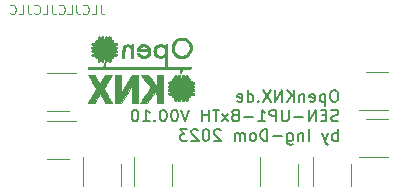
<source format=gbr>
G04 #@! TF.GenerationSoftware,KiCad,Pcbnew,(5.1.4)-1*
G04 #@! TF.CreationDate,2023-01-28T21:19:40+01:00*
G04 #@! TF.ProjectId,SEN-UP1-8xTH,53454e2d-5550-4312-9d38-7854482e6b69,V00.02*
G04 #@! TF.SameCoordinates,Original*
G04 #@! TF.FileFunction,Legend,Bot*
G04 #@! TF.FilePolarity,Positive*
%FSLAX46Y46*%
G04 Gerber Fmt 4.6, Leading zero omitted, Abs format (unit mm)*
G04 Created by KiCad (PCBNEW (5.1.4)-1) date 2023-01-28 21:19:40*
%MOMM*%
%LPD*%
G04 APERTURE LIST*
%ADD10C,0.150000*%
%ADD11C,0.100000*%
%ADD12C,0.010000*%
%ADD13C,0.120000*%
G04 APERTURE END LIST*
D10*
X119473928Y-126802380D02*
X119283452Y-126802380D01*
X119188214Y-126850000D01*
X119092976Y-126945238D01*
X119045357Y-127135714D01*
X119045357Y-127469047D01*
X119092976Y-127659523D01*
X119188214Y-127754761D01*
X119283452Y-127802380D01*
X119473928Y-127802380D01*
X119569166Y-127754761D01*
X119664404Y-127659523D01*
X119712023Y-127469047D01*
X119712023Y-127135714D01*
X119664404Y-126945238D01*
X119569166Y-126850000D01*
X119473928Y-126802380D01*
X118616785Y-127135714D02*
X118616785Y-128135714D01*
X118616785Y-127183333D02*
X118521547Y-127135714D01*
X118331071Y-127135714D01*
X118235833Y-127183333D01*
X118188214Y-127230952D01*
X118140595Y-127326190D01*
X118140595Y-127611904D01*
X118188214Y-127707142D01*
X118235833Y-127754761D01*
X118331071Y-127802380D01*
X118521547Y-127802380D01*
X118616785Y-127754761D01*
X117331071Y-127754761D02*
X117426309Y-127802380D01*
X117616785Y-127802380D01*
X117712023Y-127754761D01*
X117759642Y-127659523D01*
X117759642Y-127278571D01*
X117712023Y-127183333D01*
X117616785Y-127135714D01*
X117426309Y-127135714D01*
X117331071Y-127183333D01*
X117283452Y-127278571D01*
X117283452Y-127373809D01*
X117759642Y-127469047D01*
X116854880Y-127135714D02*
X116854880Y-127802380D01*
X116854880Y-127230952D02*
X116807261Y-127183333D01*
X116712023Y-127135714D01*
X116569166Y-127135714D01*
X116473928Y-127183333D01*
X116426309Y-127278571D01*
X116426309Y-127802380D01*
X115950119Y-127802380D02*
X115950119Y-126802380D01*
X115378690Y-127802380D02*
X115807261Y-127230952D01*
X115378690Y-126802380D02*
X115950119Y-127373809D01*
X114950119Y-127802380D02*
X114950119Y-126802380D01*
X114378690Y-127802380D01*
X114378690Y-126802380D01*
X113997738Y-126802380D02*
X113331071Y-127802380D01*
X113331071Y-126802380D02*
X113997738Y-127802380D01*
X112950119Y-127707142D02*
X112902500Y-127754761D01*
X112950119Y-127802380D01*
X112997738Y-127754761D01*
X112950119Y-127707142D01*
X112950119Y-127802380D01*
X112045357Y-127802380D02*
X112045357Y-126802380D01*
X112045357Y-127754761D02*
X112140595Y-127802380D01*
X112331071Y-127802380D01*
X112426309Y-127754761D01*
X112473928Y-127707142D01*
X112521547Y-127611904D01*
X112521547Y-127326190D01*
X112473928Y-127230952D01*
X112426309Y-127183333D01*
X112331071Y-127135714D01*
X112140595Y-127135714D01*
X112045357Y-127183333D01*
X111188214Y-127754761D02*
X111283452Y-127802380D01*
X111473928Y-127802380D01*
X111569166Y-127754761D01*
X111616785Y-127659523D01*
X111616785Y-127278571D01*
X111569166Y-127183333D01*
X111473928Y-127135714D01*
X111283452Y-127135714D01*
X111188214Y-127183333D01*
X111140595Y-127278571D01*
X111140595Y-127373809D01*
X111616785Y-127469047D01*
X119712023Y-129404761D02*
X119569166Y-129452380D01*
X119331071Y-129452380D01*
X119235833Y-129404761D01*
X119188214Y-129357142D01*
X119140595Y-129261904D01*
X119140595Y-129166666D01*
X119188214Y-129071428D01*
X119235833Y-129023809D01*
X119331071Y-128976190D01*
X119521547Y-128928571D01*
X119616785Y-128880952D01*
X119664404Y-128833333D01*
X119712023Y-128738095D01*
X119712023Y-128642857D01*
X119664404Y-128547619D01*
X119616785Y-128500000D01*
X119521547Y-128452380D01*
X119283452Y-128452380D01*
X119140595Y-128500000D01*
X118712023Y-128928571D02*
X118378690Y-128928571D01*
X118235833Y-129452380D02*
X118712023Y-129452380D01*
X118712023Y-128452380D01*
X118235833Y-128452380D01*
X117807261Y-129452380D02*
X117807261Y-128452380D01*
X117235833Y-129452380D01*
X117235833Y-128452380D01*
X116759642Y-129071428D02*
X115997738Y-129071428D01*
X115521547Y-128452380D02*
X115521547Y-129261904D01*
X115473928Y-129357142D01*
X115426309Y-129404761D01*
X115331071Y-129452380D01*
X115140595Y-129452380D01*
X115045357Y-129404761D01*
X114997738Y-129357142D01*
X114950119Y-129261904D01*
X114950119Y-128452380D01*
X114473928Y-129452380D02*
X114473928Y-128452380D01*
X114092976Y-128452380D01*
X113997738Y-128500000D01*
X113950119Y-128547619D01*
X113902500Y-128642857D01*
X113902500Y-128785714D01*
X113950119Y-128880952D01*
X113997738Y-128928571D01*
X114092976Y-128976190D01*
X114473928Y-128976190D01*
X112950119Y-129452380D02*
X113521547Y-129452380D01*
X113235833Y-129452380D02*
X113235833Y-128452380D01*
X113331071Y-128595238D01*
X113426309Y-128690476D01*
X113521547Y-128738095D01*
X112521547Y-129071428D02*
X111759642Y-129071428D01*
X111140595Y-128880952D02*
X111235833Y-128833333D01*
X111283452Y-128785714D01*
X111331071Y-128690476D01*
X111331071Y-128642857D01*
X111283452Y-128547619D01*
X111235833Y-128500000D01*
X111140595Y-128452380D01*
X110950119Y-128452380D01*
X110854880Y-128500000D01*
X110807261Y-128547619D01*
X110759642Y-128642857D01*
X110759642Y-128690476D01*
X110807261Y-128785714D01*
X110854880Y-128833333D01*
X110950119Y-128880952D01*
X111140595Y-128880952D01*
X111235833Y-128928571D01*
X111283452Y-128976190D01*
X111331071Y-129071428D01*
X111331071Y-129261904D01*
X111283452Y-129357142D01*
X111235833Y-129404761D01*
X111140595Y-129452380D01*
X110950119Y-129452380D01*
X110854880Y-129404761D01*
X110807261Y-129357142D01*
X110759642Y-129261904D01*
X110759642Y-129071428D01*
X110807261Y-128976190D01*
X110854880Y-128928571D01*
X110950119Y-128880952D01*
X110426309Y-129452380D02*
X109902500Y-128785714D01*
X110426309Y-128785714D02*
X109902500Y-129452380D01*
X109664404Y-128452380D02*
X109092976Y-128452380D01*
X109378690Y-129452380D02*
X109378690Y-128452380D01*
X108759642Y-129452380D02*
X108759642Y-128452380D01*
X108759642Y-128928571D02*
X108188214Y-128928571D01*
X108188214Y-129452380D02*
X108188214Y-128452380D01*
X107092976Y-128452380D02*
X106759642Y-129452380D01*
X106426309Y-128452380D01*
X105902500Y-128452380D02*
X105807261Y-128452380D01*
X105712023Y-128500000D01*
X105664404Y-128547619D01*
X105616785Y-128642857D01*
X105569166Y-128833333D01*
X105569166Y-129071428D01*
X105616785Y-129261904D01*
X105664404Y-129357142D01*
X105712023Y-129404761D01*
X105807261Y-129452380D01*
X105902500Y-129452380D01*
X105997738Y-129404761D01*
X106045357Y-129357142D01*
X106092976Y-129261904D01*
X106140595Y-129071428D01*
X106140595Y-128833333D01*
X106092976Y-128642857D01*
X106045357Y-128547619D01*
X105997738Y-128500000D01*
X105902500Y-128452380D01*
X104950119Y-128452380D02*
X104854880Y-128452380D01*
X104759642Y-128500000D01*
X104712023Y-128547619D01*
X104664404Y-128642857D01*
X104616785Y-128833333D01*
X104616785Y-129071428D01*
X104664404Y-129261904D01*
X104712023Y-129357142D01*
X104759642Y-129404761D01*
X104854880Y-129452380D01*
X104950119Y-129452380D01*
X105045357Y-129404761D01*
X105092976Y-129357142D01*
X105140595Y-129261904D01*
X105188214Y-129071428D01*
X105188214Y-128833333D01*
X105140595Y-128642857D01*
X105092976Y-128547619D01*
X105045357Y-128500000D01*
X104950119Y-128452380D01*
X104188214Y-129357142D02*
X104140595Y-129404761D01*
X104188214Y-129452380D01*
X104235833Y-129404761D01*
X104188214Y-129357142D01*
X104188214Y-129452380D01*
X103188214Y-129452380D02*
X103759642Y-129452380D01*
X103473928Y-129452380D02*
X103473928Y-128452380D01*
X103569166Y-128595238D01*
X103664404Y-128690476D01*
X103759642Y-128738095D01*
X102569166Y-128452380D02*
X102473928Y-128452380D01*
X102378690Y-128500000D01*
X102331071Y-128547619D01*
X102283452Y-128642857D01*
X102235833Y-128833333D01*
X102235833Y-129071428D01*
X102283452Y-129261904D01*
X102331071Y-129357142D01*
X102378690Y-129404761D01*
X102473928Y-129452380D01*
X102569166Y-129452380D01*
X102664404Y-129404761D01*
X102712023Y-129357142D01*
X102759642Y-129261904D01*
X102807261Y-129071428D01*
X102807261Y-128833333D01*
X102759642Y-128642857D01*
X102712023Y-128547619D01*
X102664404Y-128500000D01*
X102569166Y-128452380D01*
X119664404Y-131102380D02*
X119664404Y-130102380D01*
X119664404Y-130483333D02*
X119569166Y-130435714D01*
X119378690Y-130435714D01*
X119283452Y-130483333D01*
X119235833Y-130530952D01*
X119188214Y-130626190D01*
X119188214Y-130911904D01*
X119235833Y-131007142D01*
X119283452Y-131054761D01*
X119378690Y-131102380D01*
X119569166Y-131102380D01*
X119664404Y-131054761D01*
X118854880Y-130435714D02*
X118616785Y-131102380D01*
X118378690Y-130435714D02*
X118616785Y-131102380D01*
X118712023Y-131340476D01*
X118759642Y-131388095D01*
X118854880Y-131435714D01*
X117235833Y-131102380D02*
X117235833Y-130102380D01*
X116759642Y-130435714D02*
X116759642Y-131102380D01*
X116759642Y-130530952D02*
X116712023Y-130483333D01*
X116616785Y-130435714D01*
X116473928Y-130435714D01*
X116378690Y-130483333D01*
X116331071Y-130578571D01*
X116331071Y-131102380D01*
X115426309Y-130435714D02*
X115426309Y-131245238D01*
X115473928Y-131340476D01*
X115521547Y-131388095D01*
X115616785Y-131435714D01*
X115759642Y-131435714D01*
X115854880Y-131388095D01*
X115426309Y-131054761D02*
X115521547Y-131102380D01*
X115712023Y-131102380D01*
X115807261Y-131054761D01*
X115854880Y-131007142D01*
X115902500Y-130911904D01*
X115902500Y-130626190D01*
X115854880Y-130530952D01*
X115807261Y-130483333D01*
X115712023Y-130435714D01*
X115521547Y-130435714D01*
X115426309Y-130483333D01*
X114950119Y-130721428D02*
X114188214Y-130721428D01*
X113712023Y-131102380D02*
X113712023Y-130102380D01*
X113473928Y-130102380D01*
X113331071Y-130150000D01*
X113235833Y-130245238D01*
X113188214Y-130340476D01*
X113140595Y-130530952D01*
X113140595Y-130673809D01*
X113188214Y-130864285D01*
X113235833Y-130959523D01*
X113331071Y-131054761D01*
X113473928Y-131102380D01*
X113712023Y-131102380D01*
X112569166Y-131102380D02*
X112664404Y-131054761D01*
X112712023Y-131007142D01*
X112759642Y-130911904D01*
X112759642Y-130626190D01*
X112712023Y-130530952D01*
X112664404Y-130483333D01*
X112569166Y-130435714D01*
X112426309Y-130435714D01*
X112331071Y-130483333D01*
X112283452Y-130530952D01*
X112235833Y-130626190D01*
X112235833Y-130911904D01*
X112283452Y-131007142D01*
X112331071Y-131054761D01*
X112426309Y-131102380D01*
X112569166Y-131102380D01*
X111807261Y-131102380D02*
X111807261Y-130435714D01*
X111807261Y-130530952D02*
X111759642Y-130483333D01*
X111664404Y-130435714D01*
X111521547Y-130435714D01*
X111426309Y-130483333D01*
X111378690Y-130578571D01*
X111378690Y-131102380D01*
X111378690Y-130578571D02*
X111331071Y-130483333D01*
X111235833Y-130435714D01*
X111092976Y-130435714D01*
X110997738Y-130483333D01*
X110950119Y-130578571D01*
X110950119Y-131102380D01*
X109759642Y-130197619D02*
X109712023Y-130150000D01*
X109616785Y-130102380D01*
X109378690Y-130102380D01*
X109283452Y-130150000D01*
X109235833Y-130197619D01*
X109188214Y-130292857D01*
X109188214Y-130388095D01*
X109235833Y-130530952D01*
X109807261Y-131102380D01*
X109188214Y-131102380D01*
X108569166Y-130102380D02*
X108473928Y-130102380D01*
X108378690Y-130150000D01*
X108331071Y-130197619D01*
X108283452Y-130292857D01*
X108235833Y-130483333D01*
X108235833Y-130721428D01*
X108283452Y-130911904D01*
X108331071Y-131007142D01*
X108378690Y-131054761D01*
X108473928Y-131102380D01*
X108569166Y-131102380D01*
X108664404Y-131054761D01*
X108712023Y-131007142D01*
X108759642Y-130911904D01*
X108807261Y-130721428D01*
X108807261Y-130483333D01*
X108759642Y-130292857D01*
X108712023Y-130197619D01*
X108664404Y-130150000D01*
X108569166Y-130102380D01*
X107854880Y-130197619D02*
X107807261Y-130150000D01*
X107712023Y-130102380D01*
X107473928Y-130102380D01*
X107378690Y-130150000D01*
X107331071Y-130197619D01*
X107283452Y-130292857D01*
X107283452Y-130388095D01*
X107331071Y-130530952D01*
X107902500Y-131102380D01*
X107283452Y-131102380D01*
X106950119Y-130102380D02*
X106331071Y-130102380D01*
X106664404Y-130483333D01*
X106521547Y-130483333D01*
X106426309Y-130530952D01*
X106378690Y-130578571D01*
X106331071Y-130673809D01*
X106331071Y-130911904D01*
X106378690Y-131007142D01*
X106426309Y-131054761D01*
X106521547Y-131102380D01*
X106807261Y-131102380D01*
X106902500Y-131054761D01*
X106950119Y-131007142D01*
D11*
X99595238Y-119561904D02*
X99595238Y-120133333D01*
X99633333Y-120247619D01*
X99709523Y-120323809D01*
X99823809Y-120361904D01*
X99900000Y-120361904D01*
X98833333Y-120361904D02*
X99214285Y-120361904D01*
X99214285Y-119561904D01*
X98109523Y-120285714D02*
X98147619Y-120323809D01*
X98261904Y-120361904D01*
X98338095Y-120361904D01*
X98452380Y-120323809D01*
X98528571Y-120247619D01*
X98566666Y-120171428D01*
X98604761Y-120019047D01*
X98604761Y-119904761D01*
X98566666Y-119752380D01*
X98528571Y-119676190D01*
X98452380Y-119600000D01*
X98338095Y-119561904D01*
X98261904Y-119561904D01*
X98147619Y-119600000D01*
X98109523Y-119638095D01*
X97538095Y-119561904D02*
X97538095Y-120133333D01*
X97576190Y-120247619D01*
X97652380Y-120323809D01*
X97766666Y-120361904D01*
X97842857Y-120361904D01*
X96776190Y-120361904D02*
X97157142Y-120361904D01*
X97157142Y-119561904D01*
X96052380Y-120285714D02*
X96090476Y-120323809D01*
X96204761Y-120361904D01*
X96280952Y-120361904D01*
X96395238Y-120323809D01*
X96471428Y-120247619D01*
X96509523Y-120171428D01*
X96547619Y-120019047D01*
X96547619Y-119904761D01*
X96509523Y-119752380D01*
X96471428Y-119676190D01*
X96395238Y-119600000D01*
X96280952Y-119561904D01*
X96204761Y-119561904D01*
X96090476Y-119600000D01*
X96052380Y-119638095D01*
X95480952Y-119561904D02*
X95480952Y-120133333D01*
X95519047Y-120247619D01*
X95595238Y-120323809D01*
X95709523Y-120361904D01*
X95785714Y-120361904D01*
X94719047Y-120361904D02*
X95100000Y-120361904D01*
X95100000Y-119561904D01*
X93995238Y-120285714D02*
X94033333Y-120323809D01*
X94147619Y-120361904D01*
X94223809Y-120361904D01*
X94338095Y-120323809D01*
X94414285Y-120247619D01*
X94452380Y-120171428D01*
X94490476Y-120019047D01*
X94490476Y-119904761D01*
X94452380Y-119752380D01*
X94414285Y-119676190D01*
X94338095Y-119600000D01*
X94223809Y-119561904D01*
X94147619Y-119561904D01*
X94033333Y-119600000D01*
X93995238Y-119638095D01*
X93423809Y-119561904D02*
X93423809Y-120133333D01*
X93461904Y-120247619D01*
X93538095Y-120323809D01*
X93652380Y-120361904D01*
X93728571Y-120361904D01*
X92661904Y-120361904D02*
X93042857Y-120361904D01*
X93042857Y-119561904D01*
X91938095Y-120285714D02*
X91976190Y-120323809D01*
X92090476Y-120361904D01*
X92166666Y-120361904D01*
X92280952Y-120323809D01*
X92357142Y-120247619D01*
X92395238Y-120171428D01*
X92433333Y-120019047D01*
X92433333Y-119904761D01*
X92395238Y-119752380D01*
X92357142Y-119676190D01*
X92280952Y-119600000D01*
X92166666Y-119561904D01*
X92090476Y-119561904D01*
X91976190Y-119600000D01*
X91938095Y-119638095D01*
D12*
G36*
X104407583Y-126567894D02*
G01*
X104323703Y-126451989D01*
X104262668Y-126369009D01*
X104188589Y-126270441D01*
X104105395Y-126161295D01*
X104017012Y-126046578D01*
X103927367Y-125931299D01*
X103840390Y-125820466D01*
X103760006Y-125719088D01*
X103690143Y-125632173D01*
X103634730Y-125564730D01*
X103597693Y-125521766D01*
X103583642Y-125508253D01*
X103554161Y-125505137D01*
X103491070Y-125503358D01*
X103403074Y-125503018D01*
X103298879Y-125504221D01*
X103277213Y-125504648D01*
X102995645Y-125510584D01*
X103402452Y-126018584D01*
X103503944Y-126145747D01*
X103596862Y-126262984D01*
X103677882Y-126366037D01*
X103743684Y-126450649D01*
X103790943Y-126512565D01*
X103816339Y-126547527D01*
X103819667Y-126553101D01*
X103810778Y-126576258D01*
X103780898Y-126630508D01*
X103732561Y-126711746D01*
X103668299Y-126815869D01*
X103590646Y-126938773D01*
X103502134Y-127076355D01*
X103405297Y-127224511D01*
X103404454Y-127225791D01*
X103307390Y-127373414D01*
X103218102Y-127509719D01*
X103139175Y-127630715D01*
X103073197Y-127732416D01*
X103022757Y-127810832D01*
X102990441Y-127861975D01*
X102978836Y-127881855D01*
X102978833Y-127881899D01*
X102998715Y-127885528D01*
X103053222Y-127888563D01*
X103134648Y-127890736D01*
X103235288Y-127891780D01*
X103265018Y-127891834D01*
X103551203Y-127891834D01*
X103697363Y-127664292D01*
X103768612Y-127553392D01*
X103851958Y-127423692D01*
X103936601Y-127291998D01*
X104005993Y-127184056D01*
X104168462Y-126931361D01*
X104292393Y-127067639D01*
X104416325Y-127203917D01*
X104417246Y-127547875D01*
X104418166Y-127891834D01*
X104905000Y-127891834D01*
X104905000Y-125500000D01*
X104418893Y-125500000D01*
X104407583Y-126567894D01*
X104407583Y-126567894D01*
G37*
X104407583Y-126567894D02*
X104323703Y-126451989D01*
X104262668Y-126369009D01*
X104188589Y-126270441D01*
X104105395Y-126161295D01*
X104017012Y-126046578D01*
X103927367Y-125931299D01*
X103840390Y-125820466D01*
X103760006Y-125719088D01*
X103690143Y-125632173D01*
X103634730Y-125564730D01*
X103597693Y-125521766D01*
X103583642Y-125508253D01*
X103554161Y-125505137D01*
X103491070Y-125503358D01*
X103403074Y-125503018D01*
X103298879Y-125504221D01*
X103277213Y-125504648D01*
X102995645Y-125510584D01*
X103402452Y-126018584D01*
X103503944Y-126145747D01*
X103596862Y-126262984D01*
X103677882Y-126366037D01*
X103743684Y-126450649D01*
X103790943Y-126512565D01*
X103816339Y-126547527D01*
X103819667Y-126553101D01*
X103810778Y-126576258D01*
X103780898Y-126630508D01*
X103732561Y-126711746D01*
X103668299Y-126815869D01*
X103590646Y-126938773D01*
X103502134Y-127076355D01*
X103405297Y-127224511D01*
X103404454Y-127225791D01*
X103307390Y-127373414D01*
X103218102Y-127509719D01*
X103139175Y-127630715D01*
X103073197Y-127732416D01*
X103022757Y-127810832D01*
X102990441Y-127861975D01*
X102978836Y-127881855D01*
X102978833Y-127881899D01*
X102998715Y-127885528D01*
X103053222Y-127888563D01*
X103134648Y-127890736D01*
X103235288Y-127891780D01*
X103265018Y-127891834D01*
X103551203Y-127891834D01*
X103697363Y-127664292D01*
X103768612Y-127553392D01*
X103851958Y-127423692D01*
X103936601Y-127291998D01*
X104005993Y-127184056D01*
X104168462Y-126931361D01*
X104292393Y-127067639D01*
X104416325Y-127203917D01*
X104417246Y-127547875D01*
X104418166Y-127891834D01*
X104905000Y-127891834D01*
X104905000Y-125500000D01*
X104418893Y-125500000D01*
X104407583Y-126567894D01*
G36*
X101338416Y-127064402D02*
G01*
X101327318Y-125500000D01*
X100841000Y-125500000D01*
X100841000Y-127893177D01*
X101088927Y-127887214D01*
X101336853Y-127881250D01*
X101803302Y-127116529D01*
X102269750Y-126351808D01*
X102275302Y-127121821D01*
X102280855Y-127891834D01*
X102788333Y-127891834D01*
X102788333Y-125500000D01*
X102290396Y-125500000D01*
X101338416Y-127064402D01*
X101338416Y-127064402D01*
G37*
X101338416Y-127064402D02*
X101327318Y-125500000D01*
X100841000Y-125500000D01*
X100841000Y-127893177D01*
X101088927Y-127887214D01*
X101336853Y-127881250D01*
X101803302Y-127116529D01*
X102269750Y-126351808D01*
X102275302Y-127121821D01*
X102280855Y-127891834D01*
X102788333Y-127891834D01*
X102788333Y-125500000D01*
X102290396Y-125500000D01*
X101338416Y-127064402D01*
G36*
X100287386Y-125500072D02*
G01*
X100004916Y-125500143D01*
X99555252Y-126327809D01*
X99334079Y-125919196D01*
X99112907Y-125510584D01*
X98833953Y-125504677D01*
X98730861Y-125503428D01*
X98644971Y-125504164D01*
X98584085Y-125506684D01*
X98556001Y-125510788D01*
X98555000Y-125511879D01*
X98565337Y-125532672D01*
X98594638Y-125585454D01*
X98640340Y-125665764D01*
X98699880Y-125769140D01*
X98770693Y-125891121D01*
X98850217Y-126027246D01*
X98895137Y-126103803D01*
X98991114Y-126267748D01*
X99067132Y-126399301D01*
X99125148Y-126502292D01*
X99167117Y-126580548D01*
X99194997Y-126637898D01*
X99210742Y-126678169D01*
X99216310Y-126705192D01*
X99213656Y-126722793D01*
X99212567Y-126725050D01*
X99196346Y-126753459D01*
X99161392Y-126813391D01*
X99110578Y-126899966D01*
X99046776Y-127008301D01*
X98972859Y-127133515D01*
X98891698Y-127270726D01*
X98861846Y-127321130D01*
X98780101Y-127459376D01*
X98705793Y-127585564D01*
X98641551Y-127695186D01*
X98590006Y-127783735D01*
X98553786Y-127846706D01*
X98535522Y-127879590D01*
X98533833Y-127883306D01*
X98553703Y-127886448D01*
X98608127Y-127889068D01*
X98689328Y-127890930D01*
X98789528Y-127891799D01*
X98814788Y-127891834D01*
X99095744Y-127891834D01*
X99306913Y-127507705D01*
X99371582Y-127390513D01*
X99430326Y-127284895D01*
X99479753Y-127196881D01*
X99516470Y-127132504D01*
X99537087Y-127097795D01*
X99539259Y-127094555D01*
X99551803Y-127094068D01*
X99574289Y-127117094D01*
X99608636Y-127166586D01*
X99656765Y-127245500D01*
X99720596Y-127356788D01*
X99785513Y-127473391D01*
X100010592Y-127881250D01*
X100301634Y-127887158D01*
X100592676Y-127893065D01*
X100561522Y-127844824D01*
X100525029Y-127786539D01*
X100474628Y-127703526D01*
X100413432Y-127601140D01*
X100344552Y-127484738D01*
X100271101Y-127359675D01*
X100196189Y-127231307D01*
X100122929Y-127104988D01*
X100054432Y-126986076D01*
X99993811Y-126879925D01*
X99944177Y-126791890D01*
X99908641Y-126727329D01*
X99890316Y-126691595D01*
X99888500Y-126686501D01*
X99898852Y-126662141D01*
X99928018Y-126606481D01*
X99973159Y-126524598D01*
X100031438Y-126421571D01*
X100100017Y-126302477D01*
X100170893Y-126181173D01*
X100250165Y-126046350D01*
X100325452Y-125918201D01*
X100393126Y-125802909D01*
X100449559Y-125706659D01*
X100491123Y-125635633D01*
X100511571Y-125600542D01*
X100569856Y-125500000D01*
X100287386Y-125500072D01*
X100287386Y-125500072D01*
G37*
X100287386Y-125500072D02*
X100004916Y-125500143D01*
X99555252Y-126327809D01*
X99334079Y-125919196D01*
X99112907Y-125510584D01*
X98833953Y-125504677D01*
X98730861Y-125503428D01*
X98644971Y-125504164D01*
X98584085Y-125506684D01*
X98556001Y-125510788D01*
X98555000Y-125511879D01*
X98565337Y-125532672D01*
X98594638Y-125585454D01*
X98640340Y-125665764D01*
X98699880Y-125769140D01*
X98770693Y-125891121D01*
X98850217Y-126027246D01*
X98895137Y-126103803D01*
X98991114Y-126267748D01*
X99067132Y-126399301D01*
X99125148Y-126502292D01*
X99167117Y-126580548D01*
X99194997Y-126637898D01*
X99210742Y-126678169D01*
X99216310Y-126705192D01*
X99213656Y-126722793D01*
X99212567Y-126725050D01*
X99196346Y-126753459D01*
X99161392Y-126813391D01*
X99110578Y-126899966D01*
X99046776Y-127008301D01*
X98972859Y-127133515D01*
X98891698Y-127270726D01*
X98861846Y-127321130D01*
X98780101Y-127459376D01*
X98705793Y-127585564D01*
X98641551Y-127695186D01*
X98590006Y-127783735D01*
X98553786Y-127846706D01*
X98535522Y-127879590D01*
X98533833Y-127883306D01*
X98553703Y-127886448D01*
X98608127Y-127889068D01*
X98689328Y-127890930D01*
X98789528Y-127891799D01*
X98814788Y-127891834D01*
X99095744Y-127891834D01*
X99306913Y-127507705D01*
X99371582Y-127390513D01*
X99430326Y-127284895D01*
X99479753Y-127196881D01*
X99516470Y-127132504D01*
X99537087Y-127097795D01*
X99539259Y-127094555D01*
X99551803Y-127094068D01*
X99574289Y-127117094D01*
X99608636Y-127166586D01*
X99656765Y-127245500D01*
X99720596Y-127356788D01*
X99785513Y-127473391D01*
X100010592Y-127881250D01*
X100301634Y-127887158D01*
X100592676Y-127893065D01*
X100561522Y-127844824D01*
X100525029Y-127786539D01*
X100474628Y-127703526D01*
X100413432Y-127601140D01*
X100344552Y-127484738D01*
X100271101Y-127359675D01*
X100196189Y-127231307D01*
X100122929Y-127104988D01*
X100054432Y-126986076D01*
X99993811Y-126879925D01*
X99944177Y-126791890D01*
X99908641Y-126727329D01*
X99890316Y-126691595D01*
X99888500Y-126686501D01*
X99898852Y-126662141D01*
X99928018Y-126606481D01*
X99973159Y-126524598D01*
X100031438Y-126421571D01*
X100100017Y-126302477D01*
X100170893Y-126181173D01*
X100250165Y-126046350D01*
X100325452Y-125918201D01*
X100393126Y-125802909D01*
X100449559Y-125706659D01*
X100491123Y-125635633D01*
X100511571Y-125600542D01*
X100569856Y-125500000D01*
X100287386Y-125500072D01*
G36*
X105896556Y-125526830D02*
G01*
X105867124Y-125549264D01*
X105849257Y-125596630D01*
X105837841Y-125677092D01*
X105836556Y-125690500D01*
X105828573Y-125757609D01*
X105816617Y-125793393D01*
X105794609Y-125808808D01*
X105768302Y-125813541D01*
X105707582Y-125838929D01*
X105652113Y-125891952D01*
X105613807Y-125958440D01*
X105603500Y-126009624D01*
X105601311Y-126045375D01*
X105587701Y-126063753D01*
X105552105Y-126070535D01*
X105490364Y-126071500D01*
X105394785Y-126082783D01*
X105334376Y-126116967D01*
X105308382Y-126174557D01*
X105307166Y-126194130D01*
X105324444Y-126241091D01*
X105377332Y-126270350D01*
X105467418Y-126282653D01*
X105496275Y-126283167D01*
X105559603Y-126284831D01*
X105591389Y-126293364D01*
X105602393Y-126314078D01*
X105603500Y-126336084D01*
X105600425Y-126366539D01*
X105584250Y-126382307D01*
X105544554Y-126388188D01*
X105488595Y-126389000D01*
X105392235Y-126399161D01*
X105332266Y-126429966D01*
X105307855Y-126481904D01*
X105307166Y-126494834D01*
X105324585Y-126551044D01*
X105377394Y-126586026D01*
X105466430Y-126600265D01*
X105488595Y-126600667D01*
X105555339Y-126602553D01*
X105589909Y-126610689D01*
X105602391Y-126628790D01*
X105603500Y-126643000D01*
X105596814Y-126670086D01*
X105569469Y-126682576D01*
X105513541Y-126685646D01*
X105418410Y-126696820D01*
X105349756Y-126727508D01*
X105313836Y-126774566D01*
X105310833Y-126787570D01*
X105314174Y-126842142D01*
X105345965Y-126876560D01*
X105410652Y-126893714D01*
X105479092Y-126897000D01*
X105548581Y-126898176D01*
X105585786Y-126904551D01*
X105600746Y-126920394D01*
X105603500Y-126949917D01*
X105600425Y-126980372D01*
X105584250Y-126996141D01*
X105544554Y-127002022D01*
X105488595Y-127002834D01*
X105392235Y-127012994D01*
X105332266Y-127043800D01*
X105307855Y-127095737D01*
X105307166Y-127108667D01*
X105324585Y-127164877D01*
X105377394Y-127199859D01*
X105466430Y-127214099D01*
X105488595Y-127214500D01*
X105555178Y-127216296D01*
X105589667Y-127224278D01*
X105602239Y-127242340D01*
X105603500Y-127258462D01*
X105620996Y-127309165D01*
X105664489Y-127362428D01*
X105720486Y-127405559D01*
X105775493Y-127425865D01*
X105781788Y-127426167D01*
X105812049Y-127428672D01*
X105828360Y-127442837D01*
X105835021Y-127478632D01*
X105836331Y-127546029D01*
X105836333Y-127552679D01*
X105838474Y-127626058D01*
X105847764Y-127670302D01*
X105868506Y-127698514D01*
X105889250Y-127713863D01*
X105930677Y-127736259D01*
X105963251Y-127732637D01*
X105995083Y-127713863D01*
X106025189Y-127689019D01*
X106041149Y-127656351D01*
X106047265Y-127602755D01*
X106048000Y-127552679D01*
X106049130Y-127482462D01*
X106055299Y-127444610D01*
X106070672Y-127429166D01*
X106099414Y-127426169D01*
X106100916Y-127426167D01*
X106129326Y-127428569D01*
X106145170Y-127442139D01*
X106152108Y-127476428D01*
X106153801Y-127540984D01*
X106153833Y-127564204D01*
X106155356Y-127639993D01*
X106162265Y-127684743D01*
X106178075Y-127709706D01*
X106204072Y-127725132D01*
X106261824Y-127736739D01*
X106299322Y-127723933D01*
X106324228Y-127704819D01*
X106337908Y-127673747D01*
X106343518Y-127619438D01*
X106344333Y-127563005D01*
X106345273Y-127489294D01*
X106350565Y-127448322D01*
X106363917Y-127430499D01*
X106389037Y-127426237D01*
X106397250Y-127426167D01*
X106427556Y-127429189D01*
X106443337Y-127445161D01*
X106449300Y-127484443D01*
X106450166Y-127542584D01*
X106455044Y-127622743D01*
X106472072Y-127674906D01*
X106492500Y-127701334D01*
X106548640Y-127739998D01*
X106596602Y-127739299D01*
X106633382Y-127701891D01*
X106655981Y-127630426D01*
X106661833Y-127551655D01*
X106662986Y-127481791D01*
X106669253Y-127444254D01*
X106684852Y-127429045D01*
X106713998Y-127426167D01*
X106714750Y-127426167D01*
X106745056Y-127429189D01*
X106760837Y-127445161D01*
X106766800Y-127484443D01*
X106767666Y-127542584D01*
X106777938Y-127632706D01*
X106805499Y-127698628D01*
X106845464Y-127735860D01*
X106892951Y-127739914D01*
X106943076Y-127706301D01*
X106944303Y-127704958D01*
X106969291Y-127652791D01*
X106979102Y-127566005D01*
X106979333Y-127546208D01*
X106981119Y-127477550D01*
X106988736Y-127441308D01*
X107005575Y-127427635D01*
X107020671Y-127426167D01*
X107104390Y-127406279D01*
X107172621Y-127350458D01*
X107205616Y-127295788D01*
X107229233Y-127247855D01*
X107254551Y-127223825D01*
X107296164Y-127215457D01*
X107349590Y-127214500D01*
X107433466Y-127207818D01*
X107483272Y-127184758D01*
X107505575Y-127140802D01*
X107508500Y-127105178D01*
X107494755Y-127051808D01*
X107450901Y-127018879D01*
X107373013Y-127004141D01*
X107329975Y-127002834D01*
X107270657Y-127000713D01*
X107242344Y-126990237D01*
X107233765Y-126965234D01*
X107233333Y-126949917D01*
X107236841Y-126918318D01*
X107254634Y-126902676D01*
X107297622Y-126897447D01*
X107337435Y-126897000D01*
X107423004Y-126893945D01*
X107474598Y-126881678D01*
X107500332Y-126855551D01*
X107508318Y-126810914D01*
X107508500Y-126798962D01*
X107496309Y-126742096D01*
X107456585Y-126706192D01*
X107384605Y-126688452D01*
X107316622Y-126685334D01*
X107261782Y-126681657D01*
X107237792Y-126666856D01*
X107233333Y-126643000D01*
X107238580Y-126618179D01*
X107261106Y-126605460D01*
X107311090Y-126601001D01*
X107345516Y-126600667D01*
X107430938Y-126594225D01*
X107482046Y-126572114D01*
X107505271Y-126530161D01*
X107508500Y-126494834D01*
X107498579Y-126439365D01*
X107464529Y-126406178D01*
X107399920Y-126391097D01*
X107345516Y-126389000D01*
X107280368Y-126387502D01*
X107246992Y-126379695D01*
X107234848Y-126360606D01*
X107233333Y-126336084D01*
X107236508Y-126305353D01*
X107253060Y-126289610D01*
X107293529Y-126283881D01*
X107345516Y-126283167D01*
X107430588Y-126276851D01*
X107481487Y-126254920D01*
X107504882Y-126212902D01*
X107508500Y-126173845D01*
X107494755Y-126120475D01*
X107450901Y-126087546D01*
X107373013Y-126072808D01*
X107329975Y-126071500D01*
X107270397Y-126069135D01*
X107241950Y-126058394D01*
X107233533Y-126033811D01*
X107233254Y-126023875D01*
X107213676Y-125943852D01*
X107161946Y-125873621D01*
X107088164Y-125825553D01*
X107064965Y-125817760D01*
X106979333Y-125794702D01*
X106979333Y-125683334D01*
X106972946Y-125598501D01*
X106950795Y-125547820D01*
X106908399Y-125524642D01*
X106870011Y-125521167D01*
X106816641Y-125534912D01*
X106783712Y-125578766D01*
X106768974Y-125656654D01*
X106767666Y-125699692D01*
X106764765Y-125760143D01*
X106753211Y-125788889D01*
X106728731Y-125796330D01*
X106727954Y-125796334D01*
X106704220Y-125789276D01*
X106689830Y-125761812D01*
X106680838Y-125704508D01*
X106678426Y-125677969D01*
X106665619Y-125594749D01*
X106640746Y-125546006D01*
X106598534Y-125524430D01*
X106565525Y-125521491D01*
X106515287Y-125533278D01*
X106485225Y-125573001D01*
X106472345Y-125645828D01*
X106471333Y-125684150D01*
X106469835Y-125749298D01*
X106462028Y-125782674D01*
X106442939Y-125794819D01*
X106418416Y-125796334D01*
X106385937Y-125792461D01*
X106370434Y-125773329D01*
X106365736Y-125727666D01*
X106365500Y-125699692D01*
X106357620Y-125606596D01*
X106332480Y-125549157D01*
X106287828Y-125523448D01*
X106263155Y-125521167D01*
X106206093Y-125530584D01*
X106171952Y-125563279D01*
X106156260Y-125625922D01*
X106153833Y-125684150D01*
X106152335Y-125749298D01*
X106144528Y-125782674D01*
X106125439Y-125794819D01*
X106100916Y-125796334D01*
X106068437Y-125792461D01*
X106052934Y-125773329D01*
X106048236Y-125727666D01*
X106048000Y-125699692D01*
X106040409Y-125607283D01*
X106015874Y-125550237D01*
X105971751Y-125524072D01*
X105942671Y-125521167D01*
X105896556Y-125526830D01*
X105896556Y-125526830D01*
G37*
X105896556Y-125526830D02*
X105867124Y-125549264D01*
X105849257Y-125596630D01*
X105837841Y-125677092D01*
X105836556Y-125690500D01*
X105828573Y-125757609D01*
X105816617Y-125793393D01*
X105794609Y-125808808D01*
X105768302Y-125813541D01*
X105707582Y-125838929D01*
X105652113Y-125891952D01*
X105613807Y-125958440D01*
X105603500Y-126009624D01*
X105601311Y-126045375D01*
X105587701Y-126063753D01*
X105552105Y-126070535D01*
X105490364Y-126071500D01*
X105394785Y-126082783D01*
X105334376Y-126116967D01*
X105308382Y-126174557D01*
X105307166Y-126194130D01*
X105324444Y-126241091D01*
X105377332Y-126270350D01*
X105467418Y-126282653D01*
X105496275Y-126283167D01*
X105559603Y-126284831D01*
X105591389Y-126293364D01*
X105602393Y-126314078D01*
X105603500Y-126336084D01*
X105600425Y-126366539D01*
X105584250Y-126382307D01*
X105544554Y-126388188D01*
X105488595Y-126389000D01*
X105392235Y-126399161D01*
X105332266Y-126429966D01*
X105307855Y-126481904D01*
X105307166Y-126494834D01*
X105324585Y-126551044D01*
X105377394Y-126586026D01*
X105466430Y-126600265D01*
X105488595Y-126600667D01*
X105555339Y-126602553D01*
X105589909Y-126610689D01*
X105602391Y-126628790D01*
X105603500Y-126643000D01*
X105596814Y-126670086D01*
X105569469Y-126682576D01*
X105513541Y-126685646D01*
X105418410Y-126696820D01*
X105349756Y-126727508D01*
X105313836Y-126774566D01*
X105310833Y-126787570D01*
X105314174Y-126842142D01*
X105345965Y-126876560D01*
X105410652Y-126893714D01*
X105479092Y-126897000D01*
X105548581Y-126898176D01*
X105585786Y-126904551D01*
X105600746Y-126920394D01*
X105603500Y-126949917D01*
X105600425Y-126980372D01*
X105584250Y-126996141D01*
X105544554Y-127002022D01*
X105488595Y-127002834D01*
X105392235Y-127012994D01*
X105332266Y-127043800D01*
X105307855Y-127095737D01*
X105307166Y-127108667D01*
X105324585Y-127164877D01*
X105377394Y-127199859D01*
X105466430Y-127214099D01*
X105488595Y-127214500D01*
X105555178Y-127216296D01*
X105589667Y-127224278D01*
X105602239Y-127242340D01*
X105603500Y-127258462D01*
X105620996Y-127309165D01*
X105664489Y-127362428D01*
X105720486Y-127405559D01*
X105775493Y-127425865D01*
X105781788Y-127426167D01*
X105812049Y-127428672D01*
X105828360Y-127442837D01*
X105835021Y-127478632D01*
X105836331Y-127546029D01*
X105836333Y-127552679D01*
X105838474Y-127626058D01*
X105847764Y-127670302D01*
X105868506Y-127698514D01*
X105889250Y-127713863D01*
X105930677Y-127736259D01*
X105963251Y-127732637D01*
X105995083Y-127713863D01*
X106025189Y-127689019D01*
X106041149Y-127656351D01*
X106047265Y-127602755D01*
X106048000Y-127552679D01*
X106049130Y-127482462D01*
X106055299Y-127444610D01*
X106070672Y-127429166D01*
X106099414Y-127426169D01*
X106100916Y-127426167D01*
X106129326Y-127428569D01*
X106145170Y-127442139D01*
X106152108Y-127476428D01*
X106153801Y-127540984D01*
X106153833Y-127564204D01*
X106155356Y-127639993D01*
X106162265Y-127684743D01*
X106178075Y-127709706D01*
X106204072Y-127725132D01*
X106261824Y-127736739D01*
X106299322Y-127723933D01*
X106324228Y-127704819D01*
X106337908Y-127673747D01*
X106343518Y-127619438D01*
X106344333Y-127563005D01*
X106345273Y-127489294D01*
X106350565Y-127448322D01*
X106363917Y-127430499D01*
X106389037Y-127426237D01*
X106397250Y-127426167D01*
X106427556Y-127429189D01*
X106443337Y-127445161D01*
X106449300Y-127484443D01*
X106450166Y-127542584D01*
X106455044Y-127622743D01*
X106472072Y-127674906D01*
X106492500Y-127701334D01*
X106548640Y-127739998D01*
X106596602Y-127739299D01*
X106633382Y-127701891D01*
X106655981Y-127630426D01*
X106661833Y-127551655D01*
X106662986Y-127481791D01*
X106669253Y-127444254D01*
X106684852Y-127429045D01*
X106713998Y-127426167D01*
X106714750Y-127426167D01*
X106745056Y-127429189D01*
X106760837Y-127445161D01*
X106766800Y-127484443D01*
X106767666Y-127542584D01*
X106777938Y-127632706D01*
X106805499Y-127698628D01*
X106845464Y-127735860D01*
X106892951Y-127739914D01*
X106943076Y-127706301D01*
X106944303Y-127704958D01*
X106969291Y-127652791D01*
X106979102Y-127566005D01*
X106979333Y-127546208D01*
X106981119Y-127477550D01*
X106988736Y-127441308D01*
X107005575Y-127427635D01*
X107020671Y-127426167D01*
X107104390Y-127406279D01*
X107172621Y-127350458D01*
X107205616Y-127295788D01*
X107229233Y-127247855D01*
X107254551Y-127223825D01*
X107296164Y-127215457D01*
X107349590Y-127214500D01*
X107433466Y-127207818D01*
X107483272Y-127184758D01*
X107505575Y-127140802D01*
X107508500Y-127105178D01*
X107494755Y-127051808D01*
X107450901Y-127018879D01*
X107373013Y-127004141D01*
X107329975Y-127002834D01*
X107270657Y-127000713D01*
X107242344Y-126990237D01*
X107233765Y-126965234D01*
X107233333Y-126949917D01*
X107236841Y-126918318D01*
X107254634Y-126902676D01*
X107297622Y-126897447D01*
X107337435Y-126897000D01*
X107423004Y-126893945D01*
X107474598Y-126881678D01*
X107500332Y-126855551D01*
X107508318Y-126810914D01*
X107508500Y-126798962D01*
X107496309Y-126742096D01*
X107456585Y-126706192D01*
X107384605Y-126688452D01*
X107316622Y-126685334D01*
X107261782Y-126681657D01*
X107237792Y-126666856D01*
X107233333Y-126643000D01*
X107238580Y-126618179D01*
X107261106Y-126605460D01*
X107311090Y-126601001D01*
X107345516Y-126600667D01*
X107430938Y-126594225D01*
X107482046Y-126572114D01*
X107505271Y-126530161D01*
X107508500Y-126494834D01*
X107498579Y-126439365D01*
X107464529Y-126406178D01*
X107399920Y-126391097D01*
X107345516Y-126389000D01*
X107280368Y-126387502D01*
X107246992Y-126379695D01*
X107234848Y-126360606D01*
X107233333Y-126336084D01*
X107236508Y-126305353D01*
X107253060Y-126289610D01*
X107293529Y-126283881D01*
X107345516Y-126283167D01*
X107430588Y-126276851D01*
X107481487Y-126254920D01*
X107504882Y-126212902D01*
X107508500Y-126173845D01*
X107494755Y-126120475D01*
X107450901Y-126087546D01*
X107373013Y-126072808D01*
X107329975Y-126071500D01*
X107270397Y-126069135D01*
X107241950Y-126058394D01*
X107233533Y-126033811D01*
X107233254Y-126023875D01*
X107213676Y-125943852D01*
X107161946Y-125873621D01*
X107088164Y-125825553D01*
X107064965Y-125817760D01*
X106979333Y-125794702D01*
X106979333Y-125683334D01*
X106972946Y-125598501D01*
X106950795Y-125547820D01*
X106908399Y-125524642D01*
X106870011Y-125521167D01*
X106816641Y-125534912D01*
X106783712Y-125578766D01*
X106768974Y-125656654D01*
X106767666Y-125699692D01*
X106764765Y-125760143D01*
X106753211Y-125788889D01*
X106728731Y-125796330D01*
X106727954Y-125796334D01*
X106704220Y-125789276D01*
X106689830Y-125761812D01*
X106680838Y-125704508D01*
X106678426Y-125677969D01*
X106665619Y-125594749D01*
X106640746Y-125546006D01*
X106598534Y-125524430D01*
X106565525Y-125521491D01*
X106515287Y-125533278D01*
X106485225Y-125573001D01*
X106472345Y-125645828D01*
X106471333Y-125684150D01*
X106469835Y-125749298D01*
X106462028Y-125782674D01*
X106442939Y-125794819D01*
X106418416Y-125796334D01*
X106385937Y-125792461D01*
X106370434Y-125773329D01*
X106365736Y-125727666D01*
X106365500Y-125699692D01*
X106357620Y-125606596D01*
X106332480Y-125549157D01*
X106287828Y-125523448D01*
X106263155Y-125521167D01*
X106206093Y-125530584D01*
X106171952Y-125563279D01*
X106156260Y-125625922D01*
X106153833Y-125684150D01*
X106152335Y-125749298D01*
X106144528Y-125782674D01*
X106125439Y-125794819D01*
X106100916Y-125796334D01*
X106068437Y-125792461D01*
X106052934Y-125773329D01*
X106048236Y-125727666D01*
X106048000Y-125699692D01*
X106040409Y-125607283D01*
X106015874Y-125550237D01*
X105971751Y-125524072D01*
X105942671Y-125521167D01*
X105896556Y-125526830D01*
G36*
X99877527Y-124498615D02*
G01*
X99864157Y-124516440D01*
X99856431Y-124556653D01*
X99851809Y-124627850D01*
X99850568Y-124658625D01*
X99844386Y-124822667D01*
X99193343Y-124822667D01*
X98993500Y-124823164D01*
X98832982Y-124824730D01*
X98708793Y-124827477D01*
X98617935Y-124831518D01*
X98557411Y-124836966D01*
X98524224Y-124843934D01*
X98516900Y-124848067D01*
X98494202Y-124896422D01*
X98497581Y-124953791D01*
X98516900Y-124987767D01*
X98529400Y-124991030D01*
X98561050Y-124994026D01*
X98613276Y-124996763D01*
X98687501Y-124999252D01*
X98785152Y-125001502D01*
X98907652Y-125003521D01*
X99056426Y-125005319D01*
X99232900Y-125006905D01*
X99438498Y-125008288D01*
X99674645Y-125009477D01*
X99942766Y-125010483D01*
X100244285Y-125011313D01*
X100580628Y-125011978D01*
X100953219Y-125012486D01*
X101363483Y-125012847D01*
X101812844Y-125013069D01*
X102302729Y-125013163D01*
X102442492Y-125013167D01*
X106342685Y-125013167D01*
X106348801Y-125198375D01*
X106352503Y-125287507D01*
X106357984Y-125342829D01*
X106367594Y-125372862D01*
X106383681Y-125386126D01*
X106401698Y-125390237D01*
X106424111Y-125391097D01*
X106438313Y-125380651D01*
X106446625Y-125351007D01*
X106451370Y-125294271D01*
X106454614Y-125210320D01*
X106460750Y-125023750D01*
X106819052Y-125017930D01*
X106959918Y-125014274D01*
X107073242Y-125008507D01*
X107154569Y-125000963D01*
X107199444Y-124991977D01*
X107205343Y-124988880D01*
X107229440Y-124945259D01*
X107229266Y-124889592D01*
X107207933Y-124848067D01*
X107195258Y-124844681D01*
X107163314Y-124841584D01*
X107110624Y-124838764D01*
X107035709Y-124836212D01*
X106937091Y-124833916D01*
X106813293Y-124831868D01*
X106662837Y-124830056D01*
X106484244Y-124828470D01*
X106276038Y-124827101D01*
X106036739Y-124825936D01*
X105764871Y-124824968D01*
X105458955Y-124824183D01*
X105117514Y-124823574D01*
X104739069Y-124823129D01*
X104322143Y-124822838D01*
X103865257Y-124822691D01*
X103568157Y-124822667D01*
X99953781Y-124822667D01*
X99947599Y-124658625D01*
X99943432Y-124575682D01*
X99936978Y-124526476D01*
X99925694Y-124502413D01*
X99907037Y-124494898D01*
X99899083Y-124494584D01*
X99877527Y-124498615D01*
X99877527Y-124498615D01*
G37*
X99877527Y-124498615D02*
X99864157Y-124516440D01*
X99856431Y-124556653D01*
X99851809Y-124627850D01*
X99850568Y-124658625D01*
X99844386Y-124822667D01*
X99193343Y-124822667D01*
X98993500Y-124823164D01*
X98832982Y-124824730D01*
X98708793Y-124827477D01*
X98617935Y-124831518D01*
X98557411Y-124836966D01*
X98524224Y-124843934D01*
X98516900Y-124848067D01*
X98494202Y-124896422D01*
X98497581Y-124953791D01*
X98516900Y-124987767D01*
X98529400Y-124991030D01*
X98561050Y-124994026D01*
X98613276Y-124996763D01*
X98687501Y-124999252D01*
X98785152Y-125001502D01*
X98907652Y-125003521D01*
X99056426Y-125005319D01*
X99232900Y-125006905D01*
X99438498Y-125008288D01*
X99674645Y-125009477D01*
X99942766Y-125010483D01*
X100244285Y-125011313D01*
X100580628Y-125011978D01*
X100953219Y-125012486D01*
X101363483Y-125012847D01*
X101812844Y-125013069D01*
X102302729Y-125013163D01*
X102442492Y-125013167D01*
X106342685Y-125013167D01*
X106348801Y-125198375D01*
X106352503Y-125287507D01*
X106357984Y-125342829D01*
X106367594Y-125372862D01*
X106383681Y-125386126D01*
X106401698Y-125390237D01*
X106424111Y-125391097D01*
X106438313Y-125380651D01*
X106446625Y-125351007D01*
X106451370Y-125294271D01*
X106454614Y-125210320D01*
X106460750Y-125023750D01*
X106819052Y-125017930D01*
X106959918Y-125014274D01*
X107073242Y-125008507D01*
X107154569Y-125000963D01*
X107199444Y-124991977D01*
X107205343Y-124988880D01*
X107229440Y-124945259D01*
X107229266Y-124889592D01*
X107207933Y-124848067D01*
X107195258Y-124844681D01*
X107163314Y-124841584D01*
X107110624Y-124838764D01*
X107035709Y-124836212D01*
X106937091Y-124833916D01*
X106813293Y-124831868D01*
X106662837Y-124830056D01*
X106484244Y-124828470D01*
X106276038Y-124827101D01*
X106036739Y-124825936D01*
X105764871Y-124824968D01*
X105458955Y-124824183D01*
X105117514Y-124823574D01*
X104739069Y-124823129D01*
X104322143Y-124822838D01*
X103865257Y-124822691D01*
X103568157Y-124822667D01*
X99953781Y-124822667D01*
X99947599Y-124658625D01*
X99943432Y-124575682D01*
X99936978Y-124526476D01*
X99925694Y-124502413D01*
X99907037Y-124494898D01*
X99899083Y-124494584D01*
X99877527Y-124498615D01*
G36*
X104465747Y-122946763D02*
G01*
X104336206Y-123011252D01*
X104224308Y-123107514D01*
X104136365Y-123233081D01*
X104116600Y-123273818D01*
X104089849Y-123371803D01*
X104081739Y-123490490D01*
X104091721Y-123612846D01*
X104119248Y-123721838D01*
X104131961Y-123751706D01*
X104214986Y-123877735D01*
X104323637Y-123974710D01*
X104451071Y-124040739D01*
X104590445Y-124073928D01*
X104734913Y-124072385D01*
X104877632Y-124034219D01*
X104973338Y-123984371D01*
X105023445Y-123953639D01*
X105057207Y-123935629D01*
X105063296Y-123933667D01*
X105066733Y-123953750D01*
X105069733Y-124009664D01*
X105072119Y-124094909D01*
X105073711Y-124202983D01*
X105074331Y-124327386D01*
X105074333Y-124335834D01*
X105074333Y-124738000D01*
X105243666Y-124738000D01*
X105243666Y-123522952D01*
X105064585Y-123522952D01*
X105038656Y-123639761D01*
X104978999Y-123744189D01*
X104889893Y-123829018D01*
X104775616Y-123887031D01*
X104761828Y-123891424D01*
X104679540Y-123908522D01*
X104600551Y-123904340D01*
X104539296Y-123890061D01*
X104433013Y-123840653D01*
X104348429Y-123762538D01*
X104288375Y-123664078D01*
X104255678Y-123553639D01*
X104253170Y-123439582D01*
X104283679Y-123330272D01*
X104326408Y-123260792D01*
X104422280Y-123169132D01*
X104530658Y-123112952D01*
X104644738Y-123090939D01*
X104757717Y-123101779D01*
X104862793Y-123144158D01*
X104953161Y-123216764D01*
X105022018Y-123318282D01*
X105052508Y-123400980D01*
X105064585Y-123522952D01*
X105243666Y-123522952D01*
X105243666Y-122938834D01*
X105159000Y-122938834D01*
X105104711Y-122941341D01*
X105080577Y-122954930D01*
X105074467Y-122988698D01*
X105074333Y-123002334D01*
X105066309Y-123050662D01*
X105046279Y-123065668D01*
X105020304Y-123042866D01*
X105020072Y-123042491D01*
X104994005Y-123021187D01*
X104942109Y-122990985D01*
X104897114Y-122968615D01*
X104752513Y-122922977D01*
X104606620Y-122916515D01*
X104465747Y-122946763D01*
X104465747Y-122946763D01*
G37*
X104465747Y-122946763D02*
X104336206Y-123011252D01*
X104224308Y-123107514D01*
X104136365Y-123233081D01*
X104116600Y-123273818D01*
X104089849Y-123371803D01*
X104081739Y-123490490D01*
X104091721Y-123612846D01*
X104119248Y-123721838D01*
X104131961Y-123751706D01*
X104214986Y-123877735D01*
X104323637Y-123974710D01*
X104451071Y-124040739D01*
X104590445Y-124073928D01*
X104734913Y-124072385D01*
X104877632Y-124034219D01*
X104973338Y-123984371D01*
X105023445Y-123953639D01*
X105057207Y-123935629D01*
X105063296Y-123933667D01*
X105066733Y-123953750D01*
X105069733Y-124009664D01*
X105072119Y-124094909D01*
X105073711Y-124202983D01*
X105074331Y-124327386D01*
X105074333Y-124335834D01*
X105074333Y-124738000D01*
X105243666Y-124738000D01*
X105243666Y-123522952D01*
X105064585Y-123522952D01*
X105038656Y-123639761D01*
X104978999Y-123744189D01*
X104889893Y-123829018D01*
X104775616Y-123887031D01*
X104761828Y-123891424D01*
X104679540Y-123908522D01*
X104600551Y-123904340D01*
X104539296Y-123890061D01*
X104433013Y-123840653D01*
X104348429Y-123762538D01*
X104288375Y-123664078D01*
X104255678Y-123553639D01*
X104253170Y-123439582D01*
X104283679Y-123330272D01*
X104326408Y-123260792D01*
X104422280Y-123169132D01*
X104530658Y-123112952D01*
X104644738Y-123090939D01*
X104757717Y-123101779D01*
X104862793Y-123144158D01*
X104953161Y-123216764D01*
X105022018Y-123318282D01*
X105052508Y-123400980D01*
X105064585Y-123522952D01*
X105243666Y-123522952D01*
X105243666Y-122938834D01*
X105159000Y-122938834D01*
X105104711Y-122941341D01*
X105080577Y-122954930D01*
X105074467Y-122988698D01*
X105074333Y-123002334D01*
X105066309Y-123050662D01*
X105046279Y-123065668D01*
X105020304Y-123042866D01*
X105020072Y-123042491D01*
X104994005Y-123021187D01*
X104942109Y-122990985D01*
X104897114Y-122968615D01*
X104752513Y-122922977D01*
X104606620Y-122916515D01*
X104465747Y-122946763D01*
G36*
X99409604Y-122267146D02*
G01*
X99377108Y-122289827D01*
X99362440Y-122338158D01*
X99359333Y-122409286D01*
X99358226Y-122478132D01*
X99351129Y-122515976D01*
X99332383Y-122534146D01*
X99296328Y-122543972D01*
X99291559Y-122544930D01*
X99203904Y-122582414D01*
X99141403Y-122650703D01*
X99112811Y-122731232D01*
X99099923Y-122811834D01*
X98990445Y-122811834D01*
X98904368Y-122819034D01*
X98853199Y-122842722D01*
X98831673Y-122886025D01*
X98830166Y-122907084D01*
X98842034Y-122957835D01*
X98881239Y-122988166D01*
X98953184Y-123001233D01*
X98993150Y-123002334D01*
X99058298Y-123003831D01*
X99091674Y-123011639D01*
X99103818Y-123030728D01*
X99105333Y-123055250D01*
X99101461Y-123087730D01*
X99082329Y-123103233D01*
X99036666Y-123107931D01*
X99008692Y-123108167D01*
X98912279Y-123117334D01*
X98853184Y-123145147D01*
X98830491Y-123192079D01*
X98830166Y-123199928D01*
X98841310Y-123252211D01*
X98878610Y-123283477D01*
X98947873Y-123297242D01*
X98993150Y-123298667D01*
X99058298Y-123300165D01*
X99091674Y-123307972D01*
X99103818Y-123327061D01*
X99105333Y-123351584D01*
X99102158Y-123382314D01*
X99085606Y-123398057D01*
X99045137Y-123403786D01*
X98993150Y-123404500D01*
X98906308Y-123411436D01*
X98854409Y-123434348D01*
X98832050Y-123476393D01*
X98830166Y-123499750D01*
X98842034Y-123550502D01*
X98881239Y-123580832D01*
X98953184Y-123593899D01*
X98993150Y-123595000D01*
X99058381Y-123596595D01*
X99091805Y-123604517D01*
X99103916Y-123623470D01*
X99105333Y-123645296D01*
X99101328Y-123674365D01*
X99082546Y-123690998D01*
X99038834Y-123700350D01*
X98986968Y-123705407D01*
X98904093Y-123718051D01*
X98855544Y-123742704D01*
X98833802Y-123784959D01*
X98830491Y-123821797D01*
X98848645Y-123871124D01*
X98904109Y-123901286D01*
X98997165Y-123912426D01*
X99007265Y-123912500D01*
X99068639Y-123915906D01*
X99100874Y-123929860D01*
X99116875Y-123959966D01*
X99116923Y-123960125D01*
X99160574Y-124038150D01*
X99231158Y-124095086D01*
X99288635Y-124115615D01*
X99328560Y-124124931D01*
X99349637Y-124141200D01*
X99357887Y-124175808D01*
X99359331Y-124240141D01*
X99359333Y-124249289D01*
X99366010Y-124339931D01*
X99387629Y-124394819D01*
X99426578Y-124418629D01*
X99446721Y-124420500D01*
X99501935Y-124402115D01*
X99536233Y-124346949D01*
X99549626Y-124254985D01*
X99549833Y-124239072D01*
X99551249Y-124172939D01*
X99558698Y-124138700D01*
X99576979Y-124125929D01*
X99602750Y-124124167D01*
X99632456Y-124126981D01*
X99648274Y-124142160D01*
X99654559Y-124179805D01*
X99655666Y-124246934D01*
X99662140Y-124338197D01*
X99683170Y-124393706D01*
X99721176Y-124418262D01*
X99743055Y-124420500D01*
X99798268Y-124402115D01*
X99832566Y-124346949D01*
X99845959Y-124254985D01*
X99846166Y-124239072D01*
X99847583Y-124172939D01*
X99855031Y-124138700D01*
X99873313Y-124125929D01*
X99899083Y-124124167D01*
X99928371Y-124126843D01*
X99944206Y-124141487D01*
X99950708Y-124178023D01*
X99951998Y-124246373D01*
X99952000Y-124251621D01*
X99953686Y-124323744D01*
X99961628Y-124365647D01*
X99980148Y-124389399D01*
X100006560Y-124403934D01*
X100063462Y-124419135D01*
X100102616Y-124402076D01*
X100126590Y-124349838D01*
X100137951Y-124259502D01*
X100138218Y-124254258D01*
X100142912Y-124182723D01*
X100151090Y-124143722D01*
X100167134Y-124127467D01*
X100195423Y-124124168D01*
X100196427Y-124124167D01*
X100226488Y-124127446D01*
X100241947Y-124144272D01*
X100247615Y-124185130D01*
X100248333Y-124237303D01*
X100253802Y-124317789D01*
X100272124Y-124368131D01*
X100287042Y-124385470D01*
X100343081Y-124417272D01*
X100393889Y-124407167D01*
X100427050Y-124373457D01*
X100447659Y-124322704D01*
X100459114Y-124252646D01*
X100460000Y-124228641D01*
X100462095Y-124168326D01*
X100474819Y-124135967D01*
X100507833Y-124117196D01*
X100542330Y-124106201D01*
X100614387Y-124069889D01*
X100668033Y-124015245D01*
X100692381Y-123953931D01*
X100692833Y-123944995D01*
X100703457Y-123924694D01*
X100740843Y-123914733D01*
X100798666Y-123912500D01*
X100881127Y-123901704D01*
X100946022Y-123872917D01*
X100983626Y-123831542D01*
X100989166Y-123806667D01*
X100969716Y-123760708D01*
X100917704Y-123724706D01*
X100842637Y-123703904D01*
X100797194Y-123700834D01*
X100734124Y-123699213D01*
X100703393Y-123691208D01*
X100695044Y-123672099D01*
X100696653Y-123653209D01*
X100705342Y-123625805D01*
X100728558Y-123610352D01*
X100776874Y-123602400D01*
X100824943Y-123599241D01*
X100899813Y-123592048D01*
X100943760Y-123577734D01*
X100968069Y-123552466D01*
X100969322Y-123550197D01*
X100980232Y-123506351D01*
X100959706Y-123457956D01*
X100958433Y-123455997D01*
X100932406Y-123425591D01*
X100896817Y-123410087D01*
X100837922Y-123404803D01*
X100807290Y-123404500D01*
X100740492Y-123403159D01*
X100706379Y-123396371D01*
X100695323Y-123379992D01*
X100696653Y-123356875D01*
X100705342Y-123329472D01*
X100728558Y-123314019D01*
X100776874Y-123306067D01*
X100824943Y-123302908D01*
X100899813Y-123295714D01*
X100943760Y-123281400D01*
X100968069Y-123256133D01*
X100969322Y-123253863D01*
X100980232Y-123210018D01*
X100959706Y-123161622D01*
X100958433Y-123159664D01*
X100932156Y-123129076D01*
X100896140Y-123113585D01*
X100836508Y-123108420D01*
X100808762Y-123108167D01*
X100742262Y-123106780D01*
X100707699Y-123099460D01*
X100694693Y-123081468D01*
X100692833Y-123055250D01*
X100696070Y-123024398D01*
X100712837Y-123008616D01*
X100753721Y-123002831D01*
X100803958Y-123002009D01*
X100898753Y-122993845D01*
X100956049Y-122968806D01*
X100977912Y-122925074D01*
X100966407Y-122860830D01*
X100965901Y-122859459D01*
X100951089Y-122832692D01*
X100924538Y-122818317D01*
X100874939Y-122812630D01*
X100820515Y-122811834D01*
X100692833Y-122811834D01*
X100692833Y-122740841D01*
X100673475Y-122663218D01*
X100622537Y-122596012D01*
X100550721Y-122551701D01*
X100524138Y-122544203D01*
X100485463Y-122533330D01*
X100466604Y-122512674D01*
X100460491Y-122469611D01*
X100460000Y-122429700D01*
X100448656Y-122339453D01*
X100414076Y-122283940D01*
X100355440Y-122261981D01*
X100342816Y-122261500D01*
X100292288Y-122278207D01*
X100261236Y-122329532D01*
X100248702Y-122417285D01*
X100248333Y-122440025D01*
X100245646Y-122500079D01*
X100234451Y-122528696D01*
X100210051Y-122536601D01*
X100206000Y-122536667D01*
X100180465Y-122531010D01*
X100167818Y-122507071D01*
X100163816Y-122454392D01*
X100163666Y-122432345D01*
X100152782Y-122341331D01*
X100119368Y-122285187D01*
X100062286Y-122262254D01*
X100046483Y-122261500D01*
X99995955Y-122278207D01*
X99964902Y-122329532D01*
X99952369Y-122417285D01*
X99952000Y-122440025D01*
X99949880Y-122499343D01*
X99939404Y-122527656D01*
X99914401Y-122536235D01*
X99899083Y-122536667D01*
X99868353Y-122533492D01*
X99852609Y-122516940D01*
X99846881Y-122476471D01*
X99846166Y-122424484D01*
X99839231Y-122337642D01*
X99816319Y-122285743D01*
X99774273Y-122263384D01*
X99750916Y-122261500D01*
X99700165Y-122273368D01*
X99669834Y-122312573D01*
X99656767Y-122384518D01*
X99655666Y-122424484D01*
X99654169Y-122489632D01*
X99646361Y-122523008D01*
X99627272Y-122535152D01*
X99602750Y-122536667D01*
X99570270Y-122532794D01*
X99554767Y-122513663D01*
X99550069Y-122468000D01*
X99549833Y-122440025D01*
X99540761Y-122344746D01*
X99514176Y-122284623D01*
X99471023Y-122261674D01*
X99466153Y-122261500D01*
X99409604Y-122267146D01*
X99409604Y-122267146D01*
G37*
X99409604Y-122267146D02*
X99377108Y-122289827D01*
X99362440Y-122338158D01*
X99359333Y-122409286D01*
X99358226Y-122478132D01*
X99351129Y-122515976D01*
X99332383Y-122534146D01*
X99296328Y-122543972D01*
X99291559Y-122544930D01*
X99203904Y-122582414D01*
X99141403Y-122650703D01*
X99112811Y-122731232D01*
X99099923Y-122811834D01*
X98990445Y-122811834D01*
X98904368Y-122819034D01*
X98853199Y-122842722D01*
X98831673Y-122886025D01*
X98830166Y-122907084D01*
X98842034Y-122957835D01*
X98881239Y-122988166D01*
X98953184Y-123001233D01*
X98993150Y-123002334D01*
X99058298Y-123003831D01*
X99091674Y-123011639D01*
X99103818Y-123030728D01*
X99105333Y-123055250D01*
X99101461Y-123087730D01*
X99082329Y-123103233D01*
X99036666Y-123107931D01*
X99008692Y-123108167D01*
X98912279Y-123117334D01*
X98853184Y-123145147D01*
X98830491Y-123192079D01*
X98830166Y-123199928D01*
X98841310Y-123252211D01*
X98878610Y-123283477D01*
X98947873Y-123297242D01*
X98993150Y-123298667D01*
X99058298Y-123300165D01*
X99091674Y-123307972D01*
X99103818Y-123327061D01*
X99105333Y-123351584D01*
X99102158Y-123382314D01*
X99085606Y-123398057D01*
X99045137Y-123403786D01*
X98993150Y-123404500D01*
X98906308Y-123411436D01*
X98854409Y-123434348D01*
X98832050Y-123476393D01*
X98830166Y-123499750D01*
X98842034Y-123550502D01*
X98881239Y-123580832D01*
X98953184Y-123593899D01*
X98993150Y-123595000D01*
X99058381Y-123596595D01*
X99091805Y-123604517D01*
X99103916Y-123623470D01*
X99105333Y-123645296D01*
X99101328Y-123674365D01*
X99082546Y-123690998D01*
X99038834Y-123700350D01*
X98986968Y-123705407D01*
X98904093Y-123718051D01*
X98855544Y-123742704D01*
X98833802Y-123784959D01*
X98830491Y-123821797D01*
X98848645Y-123871124D01*
X98904109Y-123901286D01*
X98997165Y-123912426D01*
X99007265Y-123912500D01*
X99068639Y-123915906D01*
X99100874Y-123929860D01*
X99116875Y-123959966D01*
X99116923Y-123960125D01*
X99160574Y-124038150D01*
X99231158Y-124095086D01*
X99288635Y-124115615D01*
X99328560Y-124124931D01*
X99349637Y-124141200D01*
X99357887Y-124175808D01*
X99359331Y-124240141D01*
X99359333Y-124249289D01*
X99366010Y-124339931D01*
X99387629Y-124394819D01*
X99426578Y-124418629D01*
X99446721Y-124420500D01*
X99501935Y-124402115D01*
X99536233Y-124346949D01*
X99549626Y-124254985D01*
X99549833Y-124239072D01*
X99551249Y-124172939D01*
X99558698Y-124138700D01*
X99576979Y-124125929D01*
X99602750Y-124124167D01*
X99632456Y-124126981D01*
X99648274Y-124142160D01*
X99654559Y-124179805D01*
X99655666Y-124246934D01*
X99662140Y-124338197D01*
X99683170Y-124393706D01*
X99721176Y-124418262D01*
X99743055Y-124420500D01*
X99798268Y-124402115D01*
X99832566Y-124346949D01*
X99845959Y-124254985D01*
X99846166Y-124239072D01*
X99847583Y-124172939D01*
X99855031Y-124138700D01*
X99873313Y-124125929D01*
X99899083Y-124124167D01*
X99928371Y-124126843D01*
X99944206Y-124141487D01*
X99950708Y-124178023D01*
X99951998Y-124246373D01*
X99952000Y-124251621D01*
X99953686Y-124323744D01*
X99961628Y-124365647D01*
X99980148Y-124389399D01*
X100006560Y-124403934D01*
X100063462Y-124419135D01*
X100102616Y-124402076D01*
X100126590Y-124349838D01*
X100137951Y-124259502D01*
X100138218Y-124254258D01*
X100142912Y-124182723D01*
X100151090Y-124143722D01*
X100167134Y-124127467D01*
X100195423Y-124124168D01*
X100196427Y-124124167D01*
X100226488Y-124127446D01*
X100241947Y-124144272D01*
X100247615Y-124185130D01*
X100248333Y-124237303D01*
X100253802Y-124317789D01*
X100272124Y-124368131D01*
X100287042Y-124385470D01*
X100343081Y-124417272D01*
X100393889Y-124407167D01*
X100427050Y-124373457D01*
X100447659Y-124322704D01*
X100459114Y-124252646D01*
X100460000Y-124228641D01*
X100462095Y-124168326D01*
X100474819Y-124135967D01*
X100507833Y-124117196D01*
X100542330Y-124106201D01*
X100614387Y-124069889D01*
X100668033Y-124015245D01*
X100692381Y-123953931D01*
X100692833Y-123944995D01*
X100703457Y-123924694D01*
X100740843Y-123914733D01*
X100798666Y-123912500D01*
X100881127Y-123901704D01*
X100946022Y-123872917D01*
X100983626Y-123831542D01*
X100989166Y-123806667D01*
X100969716Y-123760708D01*
X100917704Y-123724706D01*
X100842637Y-123703904D01*
X100797194Y-123700834D01*
X100734124Y-123699213D01*
X100703393Y-123691208D01*
X100695044Y-123672099D01*
X100696653Y-123653209D01*
X100705342Y-123625805D01*
X100728558Y-123610352D01*
X100776874Y-123602400D01*
X100824943Y-123599241D01*
X100899813Y-123592048D01*
X100943760Y-123577734D01*
X100968069Y-123552466D01*
X100969322Y-123550197D01*
X100980232Y-123506351D01*
X100959706Y-123457956D01*
X100958433Y-123455997D01*
X100932406Y-123425591D01*
X100896817Y-123410087D01*
X100837922Y-123404803D01*
X100807290Y-123404500D01*
X100740492Y-123403159D01*
X100706379Y-123396371D01*
X100695323Y-123379992D01*
X100696653Y-123356875D01*
X100705342Y-123329472D01*
X100728558Y-123314019D01*
X100776874Y-123306067D01*
X100824943Y-123302908D01*
X100899813Y-123295714D01*
X100943760Y-123281400D01*
X100968069Y-123256133D01*
X100969322Y-123253863D01*
X100980232Y-123210018D01*
X100959706Y-123161622D01*
X100958433Y-123159664D01*
X100932156Y-123129076D01*
X100896140Y-123113585D01*
X100836508Y-123108420D01*
X100808762Y-123108167D01*
X100742262Y-123106780D01*
X100707699Y-123099460D01*
X100694693Y-123081468D01*
X100692833Y-123055250D01*
X100696070Y-123024398D01*
X100712837Y-123008616D01*
X100753721Y-123002831D01*
X100803958Y-123002009D01*
X100898753Y-122993845D01*
X100956049Y-122968806D01*
X100977912Y-122925074D01*
X100966407Y-122860830D01*
X100965901Y-122859459D01*
X100951089Y-122832692D01*
X100924538Y-122818317D01*
X100874939Y-122812630D01*
X100820515Y-122811834D01*
X100692833Y-122811834D01*
X100692833Y-122740841D01*
X100673475Y-122663218D01*
X100622537Y-122596012D01*
X100550721Y-122551701D01*
X100524138Y-122544203D01*
X100485463Y-122533330D01*
X100466604Y-122512674D01*
X100460491Y-122469611D01*
X100460000Y-122429700D01*
X100448656Y-122339453D01*
X100414076Y-122283940D01*
X100355440Y-122261981D01*
X100342816Y-122261500D01*
X100292288Y-122278207D01*
X100261236Y-122329532D01*
X100248702Y-122417285D01*
X100248333Y-122440025D01*
X100245646Y-122500079D01*
X100234451Y-122528696D01*
X100210051Y-122536601D01*
X100206000Y-122536667D01*
X100180465Y-122531010D01*
X100167818Y-122507071D01*
X100163816Y-122454392D01*
X100163666Y-122432345D01*
X100152782Y-122341331D01*
X100119368Y-122285187D01*
X100062286Y-122262254D01*
X100046483Y-122261500D01*
X99995955Y-122278207D01*
X99964902Y-122329532D01*
X99952369Y-122417285D01*
X99952000Y-122440025D01*
X99949880Y-122499343D01*
X99939404Y-122527656D01*
X99914401Y-122536235D01*
X99899083Y-122536667D01*
X99868353Y-122533492D01*
X99852609Y-122516940D01*
X99846881Y-122476471D01*
X99846166Y-122424484D01*
X99839231Y-122337642D01*
X99816319Y-122285743D01*
X99774273Y-122263384D01*
X99750916Y-122261500D01*
X99700165Y-122273368D01*
X99669834Y-122312573D01*
X99656767Y-122384518D01*
X99655666Y-122424484D01*
X99654169Y-122489632D01*
X99646361Y-122523008D01*
X99627272Y-122535152D01*
X99602750Y-122536667D01*
X99570270Y-122532794D01*
X99554767Y-122513663D01*
X99550069Y-122468000D01*
X99549833Y-122440025D01*
X99540761Y-122344746D01*
X99514176Y-122284623D01*
X99471023Y-122261674D01*
X99466153Y-122261500D01*
X99409604Y-122267146D01*
G36*
X106347860Y-122356817D02*
G01*
X106191068Y-122391057D01*
X106042125Y-122455487D01*
X105905734Y-122550840D01*
X105786597Y-122677850D01*
X105693931Y-122827993D01*
X105658144Y-122902482D01*
X105635043Y-122960649D01*
X105621858Y-123015895D01*
X105615817Y-123081615D01*
X105614148Y-123171210D01*
X105614083Y-123214000D01*
X105614822Y-123316091D01*
X105618888Y-123389250D01*
X105629050Y-123446875D01*
X105648082Y-123502365D01*
X105678755Y-123569118D01*
X105693931Y-123600007D01*
X105794972Y-123759180D01*
X105923716Y-123889335D01*
X106074886Y-123987993D01*
X106243204Y-124052678D01*
X106423392Y-124080910D01*
X106610172Y-124070211D01*
X106669924Y-124058290D01*
X106835218Y-123998862D01*
X106983346Y-123905554D01*
X107110356Y-123784299D01*
X107212296Y-123641031D01*
X107285213Y-123481683D01*
X107325155Y-123312189D01*
X107327726Y-123163947D01*
X107148112Y-123163947D01*
X107141511Y-123319643D01*
X107105627Y-123454445D01*
X107032296Y-123594359D01*
X106927990Y-123714485D01*
X106800417Y-123808600D01*
X106657285Y-123870476D01*
X106566795Y-123889584D01*
X106451729Y-123894144D01*
X106330463Y-123882386D01*
X106221093Y-123856777D01*
X106167385Y-123835123D01*
X106031320Y-123744562D01*
X105921228Y-123627655D01*
X105840269Y-123491267D01*
X105791600Y-123342266D01*
X105778381Y-123187518D01*
X105801820Y-123040456D01*
X105863366Y-122893036D01*
X105954212Y-122762418D01*
X106067474Y-122655794D01*
X106196269Y-122580354D01*
X106265218Y-122556339D01*
X106430055Y-122531265D01*
X106587148Y-122543412D01*
X106732587Y-122588603D01*
X106862462Y-122662657D01*
X106972862Y-122761398D01*
X107059877Y-122880645D01*
X107119597Y-123016221D01*
X107148112Y-123163947D01*
X107327726Y-123163947D01*
X107328168Y-123138483D01*
X107320466Y-123081708D01*
X107270170Y-122900836D01*
X107190104Y-122744286D01*
X107084969Y-122612791D01*
X106959469Y-122507084D01*
X106818305Y-122427900D01*
X106666181Y-122375972D01*
X106507798Y-122352033D01*
X106347860Y-122356817D01*
X106347860Y-122356817D01*
G37*
X106347860Y-122356817D02*
X106191068Y-122391057D01*
X106042125Y-122455487D01*
X105905734Y-122550840D01*
X105786597Y-122677850D01*
X105693931Y-122827993D01*
X105658144Y-122902482D01*
X105635043Y-122960649D01*
X105621858Y-123015895D01*
X105615817Y-123081615D01*
X105614148Y-123171210D01*
X105614083Y-123214000D01*
X105614822Y-123316091D01*
X105618888Y-123389250D01*
X105629050Y-123446875D01*
X105648082Y-123502365D01*
X105678755Y-123569118D01*
X105693931Y-123600007D01*
X105794972Y-123759180D01*
X105923716Y-123889335D01*
X106074886Y-123987993D01*
X106243204Y-124052678D01*
X106423392Y-124080910D01*
X106610172Y-124070211D01*
X106669924Y-124058290D01*
X106835218Y-123998862D01*
X106983346Y-123905554D01*
X107110356Y-123784299D01*
X107212296Y-123641031D01*
X107285213Y-123481683D01*
X107325155Y-123312189D01*
X107327726Y-123163947D01*
X107148112Y-123163947D01*
X107141511Y-123319643D01*
X107105627Y-123454445D01*
X107032296Y-123594359D01*
X106927990Y-123714485D01*
X106800417Y-123808600D01*
X106657285Y-123870476D01*
X106566795Y-123889584D01*
X106451729Y-123894144D01*
X106330463Y-123882386D01*
X106221093Y-123856777D01*
X106167385Y-123835123D01*
X106031320Y-123744562D01*
X105921228Y-123627655D01*
X105840269Y-123491267D01*
X105791600Y-123342266D01*
X105778381Y-123187518D01*
X105801820Y-123040456D01*
X105863366Y-122893036D01*
X105954212Y-122762418D01*
X106067474Y-122655794D01*
X106196269Y-122580354D01*
X106265218Y-122556339D01*
X106430055Y-122531265D01*
X106587148Y-122543412D01*
X106732587Y-122588603D01*
X106862462Y-122662657D01*
X106972862Y-122761398D01*
X107059877Y-122880645D01*
X107119597Y-123016221D01*
X107148112Y-123163947D01*
X107327726Y-123163947D01*
X107328168Y-123138483D01*
X107320466Y-123081708D01*
X107270170Y-122900836D01*
X107190104Y-122744286D01*
X107084969Y-122612791D01*
X106959469Y-122507084D01*
X106818305Y-122427900D01*
X106666181Y-122375972D01*
X106507798Y-122352033D01*
X106347860Y-122356817D01*
G36*
X103072707Y-122938923D02*
G01*
X102946111Y-122991064D01*
X102834807Y-123068999D01*
X102745046Y-123169251D01*
X102683077Y-123288346D01*
X102655152Y-123422808D01*
X102654672Y-123431815D01*
X102650750Y-123520917D01*
X103145441Y-123526605D01*
X103640133Y-123532293D01*
X103626471Y-123600603D01*
X103595382Y-123678081D01*
X103538217Y-123759219D01*
X103466782Y-123828788D01*
X103429834Y-123854223D01*
X103367969Y-123880632D01*
X103291559Y-123900889D01*
X103270264Y-123904420D01*
X103167947Y-123901186D01*
X103062649Y-123869373D01*
X102968466Y-123815341D01*
X102899494Y-123745451D01*
X102892044Y-123733740D01*
X102858903Y-123685707D01*
X102823408Y-123664042D01*
X102767083Y-123658557D01*
X102755593Y-123658500D01*
X102663535Y-123658500D01*
X102687515Y-123727292D01*
X102728136Y-123800655D01*
X102795903Y-123880466D01*
X102879275Y-123955986D01*
X102966709Y-124016477D01*
X103030408Y-124046352D01*
X103167274Y-124076040D01*
X103304466Y-124075456D01*
X103404658Y-124052611D01*
X103553395Y-123980551D01*
X103668408Y-123883311D01*
X103748847Y-123762079D01*
X103793864Y-123618039D01*
X103803868Y-123495138D01*
X103787633Y-123362167D01*
X103614920Y-123362167D01*
X103233377Y-123362167D01*
X103111577Y-123361219D01*
X103005858Y-123358585D01*
X102922894Y-123354582D01*
X102869360Y-123349523D01*
X102851833Y-123344130D01*
X102867907Y-123300362D01*
X102909339Y-123244834D01*
X102965940Y-123188780D01*
X103027525Y-123143435D01*
X103040371Y-123136202D01*
X103157895Y-123096318D01*
X103278804Y-123093964D01*
X103394324Y-123126436D01*
X103495684Y-123191029D01*
X103574111Y-123285041D01*
X103584638Y-123303959D01*
X103614920Y-123362167D01*
X103787633Y-123362167D01*
X103784423Y-123335885D01*
X103728103Y-123196631D01*
X103636293Y-123079624D01*
X103510381Y-122987118D01*
X103481734Y-122972007D01*
X103346769Y-122925919D01*
X103208343Y-122916049D01*
X103072707Y-122938923D01*
X103072707Y-122938923D01*
G37*
X103072707Y-122938923D02*
X102946111Y-122991064D01*
X102834807Y-123068999D01*
X102745046Y-123169251D01*
X102683077Y-123288346D01*
X102655152Y-123422808D01*
X102654672Y-123431815D01*
X102650750Y-123520917D01*
X103145441Y-123526605D01*
X103640133Y-123532293D01*
X103626471Y-123600603D01*
X103595382Y-123678081D01*
X103538217Y-123759219D01*
X103466782Y-123828788D01*
X103429834Y-123854223D01*
X103367969Y-123880632D01*
X103291559Y-123900889D01*
X103270264Y-123904420D01*
X103167947Y-123901186D01*
X103062649Y-123869373D01*
X102968466Y-123815341D01*
X102899494Y-123745451D01*
X102892044Y-123733740D01*
X102858903Y-123685707D01*
X102823408Y-123664042D01*
X102767083Y-123658557D01*
X102755593Y-123658500D01*
X102663535Y-123658500D01*
X102687515Y-123727292D01*
X102728136Y-123800655D01*
X102795903Y-123880466D01*
X102879275Y-123955986D01*
X102966709Y-124016477D01*
X103030408Y-124046352D01*
X103167274Y-124076040D01*
X103304466Y-124075456D01*
X103404658Y-124052611D01*
X103553395Y-123980551D01*
X103668408Y-123883311D01*
X103748847Y-123762079D01*
X103793864Y-123618039D01*
X103803868Y-123495138D01*
X103787633Y-123362167D01*
X103614920Y-123362167D01*
X103233377Y-123362167D01*
X103111577Y-123361219D01*
X103005858Y-123358585D01*
X102922894Y-123354582D01*
X102869360Y-123349523D01*
X102851833Y-123344130D01*
X102867907Y-123300362D01*
X102909339Y-123244834D01*
X102965940Y-123188780D01*
X103027525Y-123143435D01*
X103040371Y-123136202D01*
X103157895Y-123096318D01*
X103278804Y-123093964D01*
X103394324Y-123126436D01*
X103495684Y-123191029D01*
X103574111Y-123285041D01*
X103584638Y-123303959D01*
X103614920Y-123362167D01*
X103787633Y-123362167D01*
X103784423Y-123335885D01*
X103728103Y-123196631D01*
X103636293Y-123079624D01*
X103510381Y-122987118D01*
X103481734Y-122972007D01*
X103346769Y-122925919D01*
X103208343Y-122916049D01*
X103072707Y-122938923D01*
G36*
X101843024Y-122922360D02*
G01*
X101716073Y-122951569D01*
X101611866Y-123016416D01*
X101530008Y-123117174D01*
X101510351Y-123153235D01*
X101490921Y-123193797D01*
X101476648Y-123230945D01*
X101466739Y-123271972D01*
X101460399Y-123324174D01*
X101456833Y-123394842D01*
X101455246Y-123491272D01*
X101454842Y-123620757D01*
X101454833Y-123662656D01*
X101454833Y-124060667D01*
X101624166Y-124060667D01*
X101624285Y-123706125D01*
X101625609Y-123546778D01*
X101630178Y-123423537D01*
X101639062Y-123330231D01*
X101653336Y-123260690D01*
X101674069Y-123208743D01*
X101702336Y-123168217D01*
X101721090Y-123148928D01*
X101786929Y-123111579D01*
X101871765Y-123095279D01*
X101958957Y-123100485D01*
X102031868Y-123127656D01*
X102048199Y-123139917D01*
X102083803Y-123176577D01*
X102110498Y-123218669D01*
X102129512Y-123272603D01*
X102142070Y-123344793D01*
X102149400Y-123441649D01*
X102152727Y-123569585D01*
X102153333Y-123689570D01*
X102153333Y-124060667D01*
X102322666Y-124060667D01*
X102322666Y-122938834D01*
X102238000Y-122938834D01*
X102180172Y-122943622D01*
X102155663Y-122960137D01*
X102153333Y-122972347D01*
X102145500Y-122997180D01*
X102137458Y-122997690D01*
X102038259Y-122951422D01*
X101957732Y-122926948D01*
X101880860Y-122920426D01*
X101843024Y-122922360D01*
X101843024Y-122922360D01*
G37*
X101843024Y-122922360D02*
X101716073Y-122951569D01*
X101611866Y-123016416D01*
X101530008Y-123117174D01*
X101510351Y-123153235D01*
X101490921Y-123193797D01*
X101476648Y-123230945D01*
X101466739Y-123271972D01*
X101460399Y-123324174D01*
X101456833Y-123394842D01*
X101455246Y-123491272D01*
X101454842Y-123620757D01*
X101454833Y-123662656D01*
X101454833Y-124060667D01*
X101624166Y-124060667D01*
X101624285Y-123706125D01*
X101625609Y-123546778D01*
X101630178Y-123423537D01*
X101639062Y-123330231D01*
X101653336Y-123260690D01*
X101674069Y-123208743D01*
X101702336Y-123168217D01*
X101721090Y-123148928D01*
X101786929Y-123111579D01*
X101871765Y-123095279D01*
X101958957Y-123100485D01*
X102031868Y-123127656D01*
X102048199Y-123139917D01*
X102083803Y-123176577D01*
X102110498Y-123218669D01*
X102129512Y-123272603D01*
X102142070Y-123344793D01*
X102149400Y-123441649D01*
X102152727Y-123569585D01*
X102153333Y-123689570D01*
X102153333Y-124060667D01*
X102322666Y-124060667D01*
X102322666Y-122938834D01*
X102238000Y-122938834D01*
X102180172Y-122943622D01*
X102155663Y-122960137D01*
X102153333Y-122972347D01*
X102145500Y-122997180D01*
X102137458Y-122997690D01*
X102038259Y-122951422D01*
X101957732Y-122926948D01*
X101880860Y-122920426D01*
X101843024Y-122922360D01*
D13*
X122100000Y-125290000D02*
X123900000Y-125290000D01*
X123900000Y-128510000D02*
X121450000Y-128510000D01*
X122100000Y-129290000D02*
X123900000Y-129290000D01*
X123900000Y-132510000D02*
X121450000Y-132510000D01*
X120810000Y-133100000D02*
X120810000Y-134900000D01*
X117590000Y-134900000D02*
X117590000Y-132450000D01*
X116310000Y-133100000D02*
X116310000Y-134900000D01*
X113090000Y-134900000D02*
X113090000Y-132450000D01*
X105610000Y-133100000D02*
X105610000Y-134900000D01*
X102390000Y-134900000D02*
X102390000Y-132450000D01*
X101360000Y-133100000D02*
X101360000Y-134900000D01*
X98140000Y-134900000D02*
X98140000Y-132450000D01*
X96900000Y-132610000D02*
X95100000Y-132610000D01*
X95100000Y-129390000D02*
X97550000Y-129390000D01*
X96900000Y-128610000D02*
X95100000Y-128610000D01*
X95100000Y-125390000D02*
X97550000Y-125390000D01*
M02*

</source>
